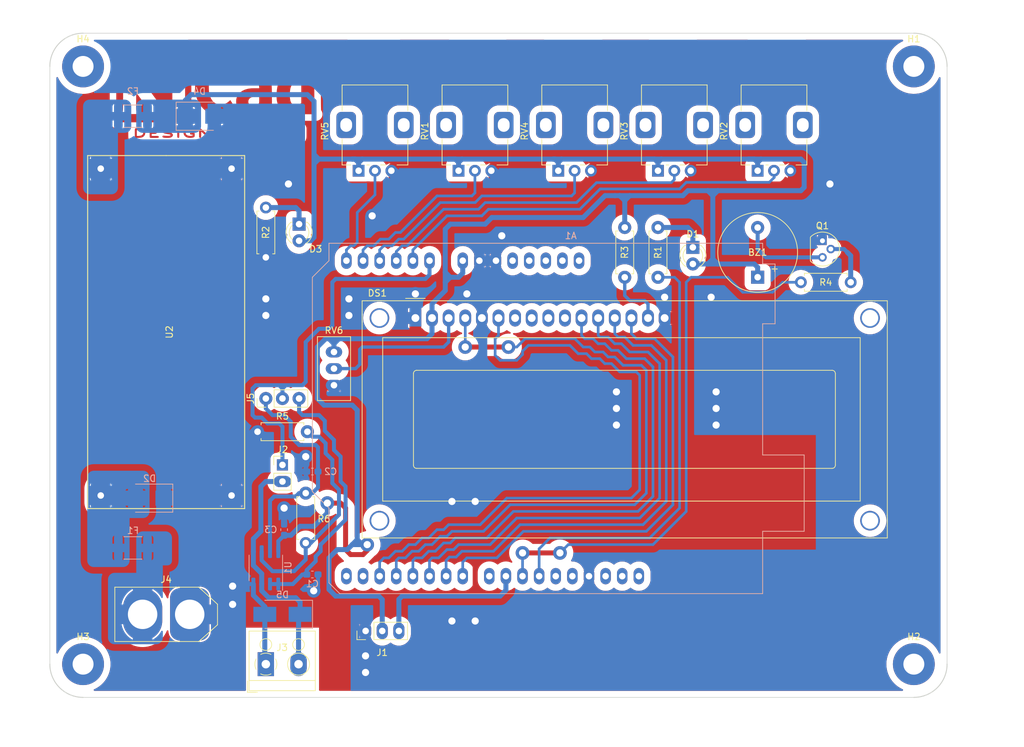
<source format=kicad_pcb>
(kicad_pcb (version 20211014) (generator pcbnew)
  (layers (0 "F.Cu" signal) (31 "B.Cu" signal) (34 "B.Paste" user) (35 "F.Paste" user) (36 "B.SilkS" user "B.Silkscreen") (37 "F.SilkS" user "F.Silkscreen") (38 "B.Mask" user) (39 "F.Mask" user) (44 "Edge.Cuts" user))
  (net 0 "")
  (net 6 "GND")
  (net 7 "+5V")
  (net 8 "/TACHO")
  (net 9 "/D4")
  (net 10 "/D5")
  (net 11 "/D6")
  (net 14 "/D7")
  (net 15 "Net-(D1-Pad1)")
  (net 16 "Net-(D3-Pad1)")
  (net 18 "/PWM")
  (net 19 "/BUZZER")
  (net 20 "/LED")
  (net 26 "/MOTOR_SEN")
  (net 27 "/SP")
  (net 28 "/KP")
  (net 29 "/KI")
  (net 30 "/KD")
  (net 31 "/TS")
  (net 32 "Net-(BZ1-Pad2)")
  (net 33 "/TACHO_1")
  (net 34 "/TACHO_2")
  (net 35 "Net-(DS1-Pad3)")
  (net 36 "/RS")
  (net 37 "/E")
  (net 42 "Net-(DS1-Pad15)")
  (net 43 "+12V")
  (net 44 "Net-(F2-Pad1)")
  (net 45 "Net-(J4-Pad2)")
  (net 46 "Net-(Q1-Pad2)")
  (net 47 "Net-(R5-Pad2)")
  (footprint "Potentiometer_THT:Potentiometer_Alps_RK09K_Single_Vertical" (layer "F.Cu") (at 138.684 46.436 90)
    (fp_text reference "RV2")
    (fp_text value "10K")
  )
  (footprint "Resistor_THT:R_Axial_DIN0207_L6.3mm_D2.5mm_P7.62mm_Horizontal" (layer "F.Cu") (at 63.5 52.07 -90)
    (fp_text reference "R2")
    (fp_text value "330R")
  )
  (footprint "Resistor_THT:R_Axial_DIN0207_L6.3mm_D2.5mm_P7.62mm_Horizontal" (layer "F.Cu") (at 118.364 55.118 -90)
    (fp_text reference "R3")
    (fp_text value "330R")
  )
  (footprint "Display:WC1602A" (layer "F.Cu") (at 86.364 68.9705)
    (fp_text reference "DS1")
    (fp_text value "WC1602A")
  )
  (footprint "Symbol:KiCad-Logo2_12mm_Copper" (layer "F.Cu") (at 55.88 33.02)
    (fp_text reference "REF**" hide)
    (fp_text value "KiCad-Logo2_12mm_Copper" hide)
  )
  (footprint "MountingHole:MountingHole_3.2mm_M3_Pad" (layer "F.Cu") (at 162.56 30.48)
    (fp_text reference "H1")
    (fp_text value "MountingHole")
  )
  (footprint "Resistor_THT:R_Axial_DIN0207_L6.3mm_D2.5mm_P7.62mm_Horizontal" (layer "F.Cu") (at 62.23 86.36)
    (fp_text reference "R5")
    (fp_text value "10K")
  )
  (footprint "TerminalBlock_RND:TerminalBlock_RND_205-00001_1x02_P5.00mm_Horizontal" (layer "F.Cu") (at 63.5 121.92)
    (fp_text reference "J3")
    (fp_text value "Screw_Terminal_01x02")
  )
  (footprint "MountingHole:MountingHole_3.2mm_M3_Pad" (layer "F.Cu") (at 162.56 121.92)
    (fp_text reference "H2")
    (fp_text value "MountingHole")
  )
  (footprint "MountingHole:MountingHole_3.2mm_M3_Pad" (layer "F.Cu") (at 35.56 30.48)
    (fp_text reference "H4")
    (fp_text value "MountingHole")
  )
  (footprint "Connector_PinHeader_2.54mm:PinHeader_1x02_P2.54mm_Vertical" (layer "F.Cu") (at 66.04 91.44)
    (fp_text reference "J2")
    (fp_text value "SEN_PIN")
  )
  (footprint "Resistor_THT:R_Axial_DIN0207_L6.3mm_D2.5mm_P7.62mm_Horizontal" (layer "F.Cu") (at 69.596 103.378 90)
    (fp_text reference "R6")
    (fp_text value "20K")
  )
  (footprint "Resistor_THT:R_Axial_DIN0207_L6.3mm_D2.5mm_P7.62mm_Horizontal" (layer "F.Cu") (at 145.288 63.5)
    (fp_text reference "R4")
    (fp_text value "1K")
  )
  (footprint "Connector_PinHeader_2.54mm:PinHeader_1x03_P2.54mm_Vertical" (layer "F.Cu") (at 63.5 81.28 90)
    (fp_text reference "J5")
    (fp_text value "SWITCH_SEN")
  )
  (footprint "Symbol:OSHW-Logo2_14.6x12mm_Copper" (layer "F.Cu") (at 114.3 118.11)
    (fp_text reference "REF**" hide)
    (fp_text value "OSHW-Logo2_14.6x12mm_Copper" hide)
  )
  (footprint "LED_THT:LED_D3.0mm" (layer "F.Cu") (at 68.58 54.61 -90)
    (fp_text reference "D3")
    (fp_text value "LED")
  )
  (footprint "Potentiometer_THT:Potentiometer_Bourns_3296W_Vertical" (layer "F.Cu") (at 73.914 74.168 90)
    (fp_text reference "RV6")
    (fp_text value "10K")
  )
  (footprint "Buzzer_Beeper:MagneticBuzzer_ProSignal_ABI-009-RC" (layer "F.Cu") (at 138.684 62.728 90)
    (fp_text reference "BZ1")
    (fp_text value "Buzzer")
  )
  (footprint "Connector_AMASS:AMASS_XT60-M_1x02_P7.20mm_Vertical" (layer "F.Cu") (at 51.86 114.3 180)
    (fp_text reference "J4")
    (fp_text value "POWER CONN")
  )
  (footprint "Potentiometer_THT:Potentiometer_Alps_RK09K_Single_Vertical" (layer "F.Cu") (at 92.964 46.436 90)
    (fp_text reference "RV1")
    (fp_text value "10K")
  )
  (footprint "Resistor_THT:R_Axial_DIN0207_L6.3mm_D2.5mm_P7.62mm_Horizontal" (layer "F.Cu") (at 123.444 55.118 -90)
    (fp_text reference "R1")
    (fp_text value "330R")
  )
  (footprint "Potentiometer_THT:Potentiometer_Alps_RK09K_Single_Vertical" (layer "F.Cu") (at 123.444 46.436 90)
    (fp_text reference "RV3")
    (fp_text value "10K")
  )
  (footprint "Potentiometer_THT:Potentiometer_Alps_RK09K_Single_Vertical" (layer "F.Cu") (at 77.684 46.436 90)
    (fp_text reference "RV5")
    (fp_text value "10K")
  )
  (footprint "LED_THT:LED_D3.0mm" (layer "F.Cu") (at 128.778 58.161 -90)
    (fp_text reference "D1")
    (fp_text value "LED")
  )
  (footprint "XL4015_converter:XL4015_Converter" (layer "F.Cu") (at 48.26 71.12 90)
    (fp_text reference "U2")
    (fp_text value "XL4015")
  )
  (footprint "MountingHole:MountingHole_3.2mm_M3_Pad" (layer "F.Cu") (at 35.56 121.92)
    (fp_text reference "H3")
    (fp_text value "MountingHole")
  )
  (footprint "Package_TO_SOT_THT:TO-92" (layer "F.Cu") (at 148.59 57.15 -90)
    (fp_text reference "Q1")
    (fp_text value "2N222")
  )
  (footprint "Potentiometer_THT:Potentiometer_Alps_RK09K_Single_Vertical" (layer "F.Cu") (at 108.204 46.436 90)
    (fp_text reference "RV4")
    (fp_text value "10K")
  )
  (footprint "Connector_PinHeader_2.54mm:PinHeader_1x03_P2.54mm_Vertical" (layer "F.Cu") (at 78.755 116.84 90)
    (fp_text reference "J1")
    (fp_text value "ESC_PIN")
  )
  (footprint "Diode_SMD:D_SMB" (layer "B.Cu") (at 53.34 38.1)
    (fp_text reference "D4")
    (fp_text value "D")
  )
  (footprint "Package_SO:SOIC-8_3.9x4.9mm_P1.27mm" (layer "B.Cu") (at 63.5 107.188 90)
    (fp_text reference "U1")
    (fp_text value "LM358")
  )
  (footprint "Diode_SMD:D_SMB_Handsoldering" (layer "B.Cu") (at 66.04 114.3 180)
    (fp_text reference "D5")
    (fp_text value "D_Small")
  )
  (footprint "Module:Arduino_UNO_R3" (layer "B.Cu") (at 111.379 60.198 180)
    (fp_text reference "A1")
    (fp_text value "Arduino_UNO_R3")
  )
  (footprint "Capacitor_SMD:C_0603_1608Metric_Pad1.08x0.95mm_HandSolder" (layer "B.Cu") (at 70.612 108.204)
    (fp_text reference "C1")
    (fp_text value "0.1uF/100nF")
  )
  (footprint "Fuse:Fuse_1812_4532Metric_Pad1.30x3.40mm_HandSolder" (layer "B.Cu") (at 43.18 38.1)
    (fp_text reference "F2")
    (fp_text value "16V/02A")
  )
  (footprint "Capacitor_SMD:C_0603_1608Metric_Pad1.08x0.95mm_HandSolder" (layer "B.Cu") (at 70.612 92.456 180)
    (fp_text reference "C2")
    (fp_text value "0.1uF/100nF")
  )
  (footprint "Diode_SMD:D_SMB" (layer "B.Cu") (at 45.72 96.52 180)
    (fp_text reference "D2")
    (fp_text value "DIODE")
  )
  (footprint "Capacitor_SMD:C_0603_1608Metric_Pad1.08x0.95mm_HandSolder" (layer "B.Cu") (at 66.294 101.346 90)
    (fp_text reference "C3")
    (fp_text value "0.1uF / 100nF")
  )
  (footprint "Fuse:Fuse_1812_4532Metric_Pad1.30x3.40mm_HandSolder" (layer "B.Cu") (at 43.18 104.14 180)
    (fp_text reference "F1")
    (fp_text value "16V/2A")
  )
  (gr_line (start 30.48 30.48) (end 30.48 121.92) (layer "Edge.Cuts") (width 0.1))
  (gr_arc (start 35.56 127) (mid 31.967898 125.512102) (end 30.48 121.92) (layer "Edge.Cuts") (width 0.15))
  (gr_arc (start 162.56 25.4) (mid 166.152102 26.887898) (end 167.64 30.48) (layer "Edge.Cuts") (width 0.15))
  (gr_arc (start 167.64 121.92) (mid 166.152102 125.512102) (end 162.56 127) (layer "Edge.Cuts") (width 0.15))
  (gr_arc (start 30.48 30.48) (mid 31.967898 26.887898) (end 35.56 25.4) (layer "Edge.Cuts") (width 0.15))
  (gr_line (start 167.64 121.92) (end 167.64 30.48) (layer "Edge.Cuts") (width 0.1))
  (gr_line (start 35.56 127) (end 162.56 127) (layer "Edge.Cuts") (width 0.1))
  (gr_line (start 35.56 25.4) (end 162.56 25.4) (layer "Edge.Cuts") (width 0.1))
  (gr_text "KD" (at 110.49 30.48) (layer "F.Cu") (effects (font (size 3 3) (thickness 0.75))))
  (gr_text "KP" (at 141.605 30.48) (layer "F.Cu") (effects (font (size 3 3) (thickness 0.75))))
  (gr_text "SP" (at 95.885 30.48) (layer "F.Cu") (effects (font (size 3 3) (thickness 0.75))))
  (gr_text "ALIM SATRIA FI'I WIJAYA KUSUMA\nILHAM DWI CAHYO" (at 140.97 120.65) (layer "F.Cu") (effects (font (size 1.25 1.25) (thickness 0.3125))))
  (gr_text "KELOMPOK\nINDEPENDEN" (at 142.24 114.3) (layer "F.Cu") (effects (font (size 2 2) (thickness 0.5))))
  (gr_text "KI" (at 125.73 30.48) (layer "F.Cu") (effects (font (size 3 3) (thickness 0.75))))
  (gr_text "TS" (at 80.01 30.48) (layer "F.Cu") (effects (font (size 3 3) (thickness 0.75))))
  (segment (start 69.596 90.17) (end 69.596 88.9) (width 0.6096) (layer "F.Cu") (net 6))
  (segment (start 67.056 111.252) (end 61.468 111.252) (width 0.762) (layer "F.Cu") (net 6))
  (segment (start 127.508 48.468) (end 114.046 48.468) (width 0.762) (layer "F.Cu") (net 6))
  (segment (start 78.74 120.65) (end 76.708 120.65) (width 0.762) (layer "F.Cu") (net 6))
  (segment (start 114.046 48.468) (end 112.014 48.468) (width 0.762) (layer "F.Cu") (net 6))
  (segment (start 67.564 114.046) (end 66.294 112.776) (width 0.762) (layer "F.Cu") (net 6))
  (segment (start 145.034 48.468) (end 149.733 48.468) (width 0.762) (layer "F.Cu") (net 6))
  (segment (start 66.294 112.776) (end 58.42 112.776) (width 0.762) (layer "F.Cu") (net 6))
  (segment (start 97.964 47.626) (end 97.964 46.436) (width 0.762) (layer "F.Cu") (net 6))
  (segment (start 117.094 82.804) (end 132.334 82.804) (width 0.762) (layer "F.Cu") (net 6))
  (segment (start 81.996 48.306) (end 82.684 47.618) (width 0.762) (layer "F.Cu") (net 6))
  (segment (start 117.094 85.344) (end 132.334 85.344) (width 0.762) (layer "F.Cu") (net 6))
  (segment (start 78.74 123.19) (end 78.232 122.682) (width 0.762) (layer "F.Cu") (net 6))
  (segment (start 63.246 97.028) (end 64.262 98.044) (width 0.6096) (layer "F.Cu") (net 6))
  (segment (start 71.628 112.522) (end 71.12 112.522) (width 0.762) (layer "F.Cu") (net 6))
  (segment (start 83.612 48.468) (end 97.028 48.468) (width 0.762) (layer "F.Cu") (net 6))
  (segment (start 64.008 88.392) (end 63.246 87.63) (width 0.6096) (layer "F.Cu") (net 6))
  (segment (start 70.8152 110.6932) (end 68.7832 110.6932) (width 0.6096) (layer "F.Cu") (net 6))
  (segment (start 79.756 48.976) (end 79.756 53.34) (width 0.762) (layer "F.Cu") (net 6))
  (segment (start 68.326 112.522) (end 67.056 111.252) (width 0.762) (layer "F.Cu") (net 6))
  (segment (start 75.946 122.174) (end 74.422 120.65) (width 0.762) (layer "F.Cu") (net 6))
  (segment (start 143.002 48.468) (end 129.032 48.468) (width 0.762) (layer "F.Cu") (net 6))
  (segment (start 97.028 48.468) (end 97.122 48.468) (width 0.762) (layer "F.Cu") (net 6))
  (segment (start 63.246 89.154) (end 63.246 97.028) (width 0.6096) (layer "F.Cu") (net 6))
  (segment (start 76.708 120.65) (end 75.946 119.888) (width 0.762) (layer "F.Cu") (net 6))
  (segment (start 71.12 112.522) (end 69.85 112.522) (width 0.762) (layer "F.Cu") (net 6))
  (segment (start 98.806 48.468) (end 97.028 48.468) (width 0.762) (layer "F.Cu") (net 6))
  (segment (start 79.248 48.468) (end 79.756 48.976) (width 0.762) (layer "F.Cu") (net 6))
  (segment (start 76.2 68.58) (end 63.5 68.58) (width 0.762) (layer "F.Cu") (net 6))
  (segment (start 114.046 48.468) (end 113.204 47.626) (width 0.762) (layer "F.Cu") (net 6))
  (segment (start 74.422 114.554) (end 73.914 114.046) (width 0.762) (layer "F.Cu") (net 6))
  (segment (start 73.914 114.046) (end 67.564 114.046) (width 0.762) (layer "F.Cu") (net 6))
  (segment (start 117.094 80.264) (end 132.334 80.264) (width 0.762) (layer "F.Cu") (net 6))
  (segment (start 67.818 98.552) (end 67.31 98.044) (width 0.6096) (layer "F.Cu") (net 6))
  (segment (start 143.684 46.436) (end 143.684 47.786) (width 0.762) (layer "F.Cu") (net 6))
  (segment (start 75.946 113.284) (end 75.184 112.522) (width 0.762) (layer "F.Cu") (net 6))
  (segment (start 81.996 48.468) (end 81.996 48.306) (width 0.762) (layer "F.Cu") (net 6))
  (segment (start 82.684 47.618) (end 82.684 48.094) (width 0.762) (layer "F.Cu") (net 6))
  (segment (start 80.7672 48.468) (end 79.04 48.468) (width 0.762) (layer "F.Cu") (net 6))
  (segment (start 69.088 88.392) (end 64.008 88.392) (width 0.6096) (layer "F.Cu") (net 6))
  (segment (start 124.46 65.786) (end 131.572 65.786) (width 0.762) (layer "F.Cu") (net 6))
  (segment (start 80.518 56.388) (end 79.756 55.626) (width 0.762) (layer "F.Cu") (net 6))
  (segment (start 71.12 112.522) (end 70.8152 112.2172) (width 0.762) (layer "F.Cu") (net 6))
  (segment (start 78.232 122.682) (end 77.216 122.682) (width 0.762) (layer "F.Cu") (net 6))
  (segment (start 127.508 48.468) (end 127.856 48.468) (width 0.762) (layer "F.Cu") (net 6))
  (segment (start 61.468 111.252) (end 60.198 109.982) (width 0.762) (layer "F.Cu") (net 6))
  (segment (start 70.8152 112.2172) (end 70.8152 111.9632) (width 0.762) (layer "F.Cu") (net 6))
  (segment (start 97.122 48.468) (end 97.964 47.626) (width 0.762) (layer "F.Cu") (net 6))
  (segment (start 77.216 122.682) (end 76.708 122.174) (width 0.762) (layer "F.Cu") (net 6))
  (segment (start 67.818 109.728) (end 67.818 98.552) (width 0.6096) (layer "F.Cu") (net 6))
  (segment (start 143.002 48.468) (end 144.366 48.468) (width 0.762) (layer "F.Cu") (net 6))
  (segment (start 82.296 48.468) (end 83.058 48.468) (width 0.762) (layer "F.Cu") (net 6))
  (segment (start 113.204 47.626) (end 113.204 46.436) (width 0.762) (layer "F.Cu") (net 6))
  (segment (start 143.684 47.786) (end 143.002 48.468) (width 0.762) (layer "F.Cu") (net 6))
  (segment (start 79.04 48.468) (end 79.248 48.468) (width 0.762) (layer "F.Cu") (net 6))
  (segment (start 62.484 86.36) (end 62.23 86.36) (width 0.6096) (layer "F.Cu") (net 6))
  (segment (start 71.374 112.522) (end 70.8152 111.9632) (width 0.762) (layer "F.Cu") (net 6))
  (segment (start 127.856 48.468) (end 128.444 47.88) (width 0.762) (layer "F.Cu") (net 6))
  (segment (start 69.85 112.522) (end 68.326 112.522) (width 0.762) (layer "F.Cu") (net 6))
  (segment (start 69.85 112.522) (end 70.2564 112.522) (width 0.762) (layer "F.Cu") (net 6))
  (segment (start 83.058 48.468) (end 83.612 48.468) (width 0.762) (layer "F.Cu") (net 6))
  (segment (start 71.628 112.522) (end 71.374 112.522) (width 0.762) (layer "F.Cu") (net 6))
  (segment (start 75.184 112.522) (end 71.628 112.522) (width 0.762) (layer "F.Cu") (net 6))
  (segment (start 129.032 48.468) (end 127.508 48.468) (width 0.762) (layer "F.Cu") (net 6))
  (segment (start 95.504 97.028) (end 95.504 115.316) (width 0.762) (layer "F.Cu") (net 6))
  (segment (start 80.264 48.468) (end 79.756 48.976) (width 0.762) (layer "F.Cu") (net 6))
  (segment (start 112.014 48.468) (end 112.362 48.468) (width 0.762) (layer "F.Cu") (net 6))
  (segment (start 79.04 48.468) (end 66.9592 48.468) (width 0.762) (layer "F.Cu") (net 6))
  (segment (start 67.31 98.044) (end 66.294 98.044) (width 0.6096) (layer "F.Cu") (net 6))
  (segment (start 70.8152 111.9632) (end 70.8152 110.6932) (width 0.762) (layer "F.Cu") (net 6))
  (segment (start 80.7672 48.468) (end 80.264 48.468) (width 0.762) (layer "F.Cu") (net 6))
  (segment (start 112.362 48.468) (end 113.204 47.626) (width 0.762) (layer "F.Cu") (net 6))
  (segment (start 74.422 120.65) (end 74.422 114.554) (width 0.762) (layer "F.Cu") (net 6))
  (segment (start 128.444 47.88) (end 128.444 46.436) (width 0.762) (layer "F.Cu") (net 6))
  (segment (start 94.234 65.278) (end 86.36 65.278) (width 0.762) (layer "F.Cu") (net 6))
  (segment (start 75.946 119.888) (end 75.946 113.284) (width 0.762) (layer "F.Cu") (net 6))
  (segment (start 82.296 48.468) (end 81.996 48.468) (width 0.762) (layer "F.Cu") (net 6))
  (segment (start 64.008 88.392) (end 63.246 89.154) (width 0.6096) (layer "F.Cu") (net 6))
  (segment (start 83.612 48.468) (end 83.534 48.468) (width 0.762) (layer "F.Cu") (net 6))
  (segment (start 143.684 47.786) (end 144.366 48.468) (width 0.762) (layer "F.Cu") (net 6))
  (segment (start 98.806 48.468) (end 97.964 47.626) (width 0.762) (layer "F.Cu") (net 6))
  (segment (start 63.246 89.154) (end 63.246 87.63) (width 0.6096) (layer "F.Cu") (net 6))
  (segment (start 144.366 48.468) (end 145.034 48.468) (width 0.762) (layer "F.Cu") (net 6))
  (segment (start 63.246 87.122) (end 62.484 86.36) (width 0.6096) (layer "F.Cu") (net 6))
  (segment (start 76.708 122.174) (end 75.946 122.174) (width 0.762) (layer "F.Cu") (net 6))
  (segment (start 112.014 48.468) (end 98.806 48.468) (width 0.762) (layer "F.Cu") (net 6))
  (segment (start 81.996 48.468) (end 80.7672 48.468) (width 0.762) (layer "F.Cu") (net 6))
  (segment (start 82.684 46.436) (end 82.684 47.618) (width 0.762) (layer "F.Cu") (net 6))
  (segment (start 70.2564 112.522) (end 70.8152 111.9632) (width 0.762) (layer "F.Cu") (net 6))
  (segment (start 68.7832 110.6932) (end 67.818 109.728) (width 0.6096) (layer "F.Cu") (net 6))
  (segment (start 129.032 48.468) (end 128.444 47.88) (width 0.762) (layer "F.Cu") (net 6))
  (segment (start 99.568 56.388) (end 80.518 56.388) (width 0.762) (layer "F.Cu") (net 6))
  (segment (start 63.246 87.63) (end 63.246 87.122) (width 0.6096) (layer "F.Cu") (net 6))
  (segment (start 76.2 66.04) (end 63.5 66.04) (width 0.762) (layer "F.Cu") (net 6))
  (segment (start 83.534 48.468) (end 82.684 47.618) (width 0.762) (layer "F.Cu") (net 6))
  (segment (start 69.596 88.9) (end 69.088 88.392) (width 0.6096) (layer "F.Cu") (net 6))
  (segment (start 60.198 109.982) (end 58.42 109.982) (width 0.762) (layer "F.Cu") (net 6))
  (segment (start 79.756 55.626) (end 79.756 53.34) (width 0.762) (layer "F.Cu") (net 6))
  (segment (start 64.262 98.044) (end 66.294 98.044) (width 0.6096) (layer "F.Cu") (net 6))
  (segment (start 66.9592 48.468) (end 66.9544 48.4632) (width 0.762) (layer "F.Cu") (net 6))
  (via (at 78.74 123.19) (size 2.1) (drill 1.1) (layers "F.Cu" "B.Cu") (net 6))
  (via (at 117.094 85.344) (size 2.1) (drill 1.1) (layers "F.Cu" "B.Cu") (net 6))
  (via (at 70.8152 110.6932) (size 2.1) (drill 1.1) (layers "F.Cu" "B.Cu") (net 6))
  (via (at 91.948 115.316) (size 2.1) (drill 1.1) (layers "F.Cu" "B.Cu") (net 6))
  (via (at 76.2 68.58) (size 2.1) (drill 1.1) (layers "F.Cu" "B.Cu") (net 6))
  (via (at 79.756 53.34) (size 2.1) (drill 1.1) (layers "F.Cu" "B.Cu") (net 6))
  (via (at 58.42 109.982) (size 2.1) (drill 1.1) (layers "F.Cu" "B.Cu") (net 6))
  (via (at 78.74 120.65) (size 2.1) (drill 1.1) (layers "F.Cu" "B.Cu") (net 6))
  (via (at 95.504 115.316) (size 2.1) (drill 1.1) (layers "F.Cu" "B.Cu") (net 6))
  (via (at 132.334 82.804) (size 2.1) (drill 1.1) (layers "F.Cu" "B.Cu") (net 6))
  (via (at 132.334 80.264) (size 2.1) (drill 1.1) (layers "F.Cu" "B.Cu") (net 6))
  (via (at 66.9544 48.4632) (size 2.1) (drill 1.1) (layers "F.Cu" "B.Cu") (net 6))
  (via (at 95.504 97.028) (size 2.1) (drill 1.1) (layers "F.Cu" "B.Cu") (net 6))
  (via (at 66.294 98.044) (size 2.1) (drill 1.1) (layers "F.Cu" "B.Cu") (net 6))
  (via (at 117.094 80.264) (size 2.1) (drill 1.1) (layers "F.Cu" "B.Cu") (net 6))
  (via (at 91.948 97.028) (size 2.1) (drill 1.1) (layers "F.Cu" "B.Cu") (net 6))
  (via (at 86.36 65.278) (size 2.1) (drill 1.1) (layers "F.Cu" "B.Cu") (net 6))
  (via (at 149.733 48.468) (size 2.1) (drill 1.1) (layers "F.Cu" "B.Cu") (net 6))
  (via (at 58.42 112.776) (size 2.1) (drill 1.1) (layers "F.Cu" "B.Cu") (net 6))
  (via (at 76.2 66.04) (size 2.1) (drill 1.1) (layers "F.Cu" "B.Cu") (net 6))
  (via (at 94.234 65.278) (size 2.1) (drill 1.1) (layers "F.Cu" "B.Cu") (net 6))
  (via (at 124.46 65.786) (size 2.1) (drill 1.1) (layers "F.Cu" "B.Cu") (net 6))
  (via (at 69.596 90.17) (size 2.1) (drill 1.1) (layers "F.Cu" "B.Cu") (net 6))
  (via (at 99.568 56.388) (size 2.1) (drill 1.1) (layers "F.Cu" "B.Cu") (net 6))
  (via (at 63.5 66.04) (size 2.1) (drill 1.1) (layers "F.Cu" "B.Cu") (net 6))
  (via (at 117.094 82.804) (size 2.1) (drill 1.1) (layers "F.Cu" "B.Cu") (net 6))
  (via (at 131.572 65.786) (size 2.1) (drill 1.1) (layers "F.Cu" "B.Cu") (net 6))
  (via (at 63.5 68.58) (size 2.1) (drill 1.1) (layers "F.Cu" "B.Cu") (net 6))
  (via (at 132.334 85.344) (size 2.1) (drill 1.1) (layers "F.Cu" "B.Cu") (net 6))
  (segment (start 63.34 113.124) (end 63.34 114.3) (width 0.762) (layer "B.Cu") (net 6))
  (segment (start 96.52 65.278) (end 96.524 65.282) (width 0.762) (layer "B.Cu") (net 6))
  (segment (start 61.595 109.663) (end 61.595 111.379) (width 0.762) (layer "B.Cu") (net 6))
  (segment (start 96.524 66.036) (end 96.524 68.9705) (width 0.762) (layer "B.Cu") (net 6))
  (segment (start 63.34 114.3) (end 63.34 121.76) (width 0.762) (layer "B.Cu") (net 6))
  (segment (start 63.34 121.76) (end 63.5 121.92) (width 0.762) (layer "B.Cu") (net 6))
  (segment (start 96.524 77.974) (end 96.524 68.9705) (width 0.762) (layer "B.Cu") (net 6))
  (segment (start 94.234 65.278) (end 95.758 65.278) (width 0.762) (layer "B.Cu") (net 6))
  (segment (start 69.596 90.17) (end 69.596 92.3025) (width 0.6096) (layer "B.Cu") (net 6))
  (segment (start 71.4745 110.0339) (end 70.8152 110.6932) (width 0.6096) (layer "B.Cu") (net 6))
  (segment (start 124.464 68.9705) (end 124.464 65.79) (width 0.762) (layer "B.Cu") (net 6))
  (segment (start 124.464 65.79) (end 124.46 65.786) (width 0.762) (layer "B.Cu") (net 6))
  (segment (start 95.758 65.278) (end 96.52 64.516) (width 0.762) (layer "B.Cu") (net 6))
  (segment (start 96.524 65.282) (end 96.524 66.036) (width 0.762) (layer "B.Cu") (net 6))
  (segment (start 96.52 62.23) (end 96.52 64.516) (width 0.762) (layer "B.Cu") (net 6))
  (segment (start 71.4745 108.204) (end 71.4745 110.0339) (width 0.6096) (layer "B.Cu") (net 6))
  (segment (start 66.294 98.044) (end 66.294 100.4835) (width 0.6096) (layer "B.Cu") (net 6))
  (segment (start 96.139 60.198) (end 96.139 61.849) (width 0.762) (layer "B.Cu") (net 6))
  (segment (start 96.52 64.516) (end 96.52 65.278) (width 0.762) (layer "B.Cu") (net 6))
  (segment (start 95.758 65.278) (end 95.766 65.278) (width 0.762) (layer "B.Cu") (net 6))
  (segment (start 96.139 61.849) (end 96.52 62.23) (width 0.762) (layer "B.Cu") (net 6))
  (segment (start 61.595 111.379) (end 63.34 113.124) (width 0.762) (layer "B.Cu") (net 6))
  (segment (start 95.766 65.278) (end 96.524 66.036) (width 0.762) (layer "B.Cu") (net 6))
  (segment (start 95.25 79.248) (end 96.524 77.974) (width 0.762) (layer "B.Cu") (net 6))
  (segment (start 69.596 92.3025) (end 69.7495 92.456) (width 0.6096) (layer "B.Cu") (net 6))
  (segment (start 73.914 79.248) (end 95.25 79.248) (width 0.762) (layer "B.Cu") (net 6))
  (segment (start 63.5 114.46) (end 63.34 114.3) (width 0.762) (layer "B.Cu") (net 6))
  (segment (start 76.454 105.156) (end 78.359 105.156) (width 0.762) (layer "F.Cu") (net 7))
  (segment (start 72.898 97.282) (end 74.93 97.282) (width 0.762) (layer "F.Cu") (net 7))
  (segment (start 75.692 98.044) (end 75.692 104.394) (width 0.762) (layer "F.Cu") (net 7))
  (segment (start 78.994 104.521) (end 78.359 105.156) (width 0.762) (layer "F.Cu") (net 7))
  (segment (start 75.692 104.394) (end 76.454 105.156) (width 0.762) (layer "F.Cu") (net 7))
  (segment (start 78.994 103.632) (end 78.994 104.521) (width 0.762) (layer "F.Cu") (net 7))
  (segment (start 74.93 97.282) (end 75.692 98.044) (width 0.762) (layer "F.Cu") (net 7))
  (via (at 72.898 97.282) (size 2.1) (drill 1.1) (layers "F.Cu" "B.Cu") (net 7))
  (via (at 78.994 103.632) (size 2.1) (drill 1.1) (layers "F.Cu" "B.Cu") (net 7))
  (segment (start 90.932 55.372) (end 91.694 54.61) (width 0.762) (layer "B.Cu") (net 7))
  (segment (start 138.684 45.166) (end 139.192 44.658) (width 0.762) (layer "B.Cu") (net 7))
  (segment (start 70.866 45.72) (end 70.866 45.374) (width 0.762) (layer "B.Cu") (net 7))
  (segment (start 70.866 45.72) (end 70.866 43.942) (width 0.762) (layer "B.Cu") (net 7))
  (segment (start 77.684 45.206) (end 77.684 46.436) (width 0.762) (layer "B.Cu") (net 7))
  (segment (start 71.582 44.658) (end 70.866 43.942) (width 0.762) (layer "B.Cu") (net 7))
  (segment (start 80.772 111.506) (end 74.168 111.506) (width 0.762) (layer "B.Cu") (net 7))
  (segment (start 138.684 45.166) (end 138.176 44.658) (width 0.762) (layer "B.Cu") (net 7))
  (segment (start 88.904 66.798) (end 88.904 68.9705) (width 0.762) (layer "B.Cu") (net 7))
  (segment (start 108.712 44.658) (end 108.204 45.166) (width 0.762) (layer "B.Cu") (net 7))
  (segment (start 73.152 72.136) (end 75.692 72.136) (width 0.762) (layer "B.Cu") (net 7))
  (segment (start 137.287 44.658) (end 139.192 44.658) (width 0.762) (layer "B.Cu") (net 7))
  (segment (start 115.362 50.246) (end 116.886 50.246) (width 0.762) (layer "B.Cu") (net 7))
  (segment (start 93.599 62.103) (end 93.599 60.198) (width 0.762) (layer "B.Cu") (net 7))
  (segment (start 121.666 44.658) (end 108.712 44.658) (width 0.762) (layer "B.Cu") (net 7))
  (segment (start 65.405 103.0975) (end 66.294 102.2085) (width 0.6096) (layer "B.Cu") (net 7))
  (segment (start 70.866 43.942) (end 70.866 35.814) (width 0.762) (layer "B.Cu") (net 7))
  (segment (start 121.666 44.658) (end 122.936 44.658) (width 0.762) (layer "B.Cu") (net 7))
  (segment (start 107.442 44.658) (end 93.472 44.658) (width 0.762) (layer "B.Cu") (net 7))
  (segment (start 92.456 44.658) (end 92.964 45.166) (width 0.762) (layer "B.Cu") (net 7))
  (segment (start 123.952 44.658) (end 121.666 44.658) (width 0.762) (layer "B.Cu") (net 7))
  (segment (start 90.932 63.5) (end 91.694 62.738) (width 0.762) (layer "B.Cu") (net 7))
  (segment (start 67.3365 102.2085) (end 66.294 102.2085) (width 0.762) (layer "B.Cu") (net 7))
  (segment (start 132.588 60.706) (end 138.176 60.706) (width 0.762) (layer "B.Cu") (net 7))
  (segment (start 75.692 72.136) (end 74.676 72.136) (width 0.762) (layer "B.Cu") (net 7))
  (segment (start 145.796 48.976) (end 145.288 49.484) (width 0.762) (layer "B.Cu") (net 7))
  (segment (start 81.295 116.84) (end 81.295 112.029) (width 0.762) (layer "B.Cu") (net 7))
  (segment (start 91.694 62.738) (end 90.932 61.976) (width 0.762) (layer "B.Cu") (net 7))
  (segment (start 137.287 44.658) (end 123.952 44.658) (width 0.762) (layer "B.Cu") (net 7))
  (segment (start 88.138 72.136) (end 75.692 72.136) (width 0.762) (layer "B.Cu") (net 7))
  (segment (start 70.866 48.26) (end 70.866 46.228) (width 0.762) (layer "B.Cu") (net 7))
  (segment (start 75.946 104.394) (end 76.708 103.632) (width 0.762) (layer "B.Cu") (net 7))
  (segment (start 52.07 34.798) (end 51.19 35.678) (width 0.762) (layer "B.Cu") (net 7))
  (segment (start 108.712 44.658) (end 107.442 44.658) (width 0.762) (layer "B.Cu") (net 7))
  (segment (start 72.898 97.282) (end 72.898 98.806) (width 0.762) (layer "B.Cu") (net 7))
  (segment (start 74.422 104.394) (end 75.946 104.394) (width 0.762) (layer "B.Cu") (net 7))
  (segment (start 139.192 44.658) (end 145.288 44.658) (width 0.762) (layer "B.Cu") (net 7))
  (segment (start 90.932 63.5) (end 90.932 64.77) (width 0.762) (layer "B.Cu") (net 7))
  (segment (start 70.358 57.15) (end 70.866 56.642) (width 0.762) (layer "B.Cu") (net 7))
  (segment (start 71.374 81.28) (end 71.374 73.406) (width 0.762) (layer "B.Cu") (net 7))
  (segment (start 138.176 44.658) (end 137.287 44.658) (width 0.762) (layer "B.Cu") (net 7))
  (segment (start 72.898 98.806) (end 70.866 100.838) (width 0.762) (layer "B.Cu") (net 7))
  (segment (start 112.014 53.594) (end 115.362 50.246) (width 0.762) (layer "B.Cu") (net 7))
  (segment (start 91.44 44.658) (end 92.456 44.658) (width 0.762) (layer "B.Cu") (net 7))
  (segment (start 107.696 44.658) (end 108.204 45.166) (width 0.762) (layer "B.Cu") (net 7))
  (segment (start 78.232 44.658) (end 76.708 44.658) (width 0.762) (layer "B.Cu") (net 7))
  (segment (start 76.708 103.632) (end 78.232 103.632) (width 0.762) (layer "B.Cu") (net 7))
  (segment (start 131.826 50.246) (end 131.064 49.484) (width 0.762) (layer "B.Cu") (net 7))
  (segment (start 88.904 68.9705) (end 88.904 71.37) (width 0.762) (layer "B.Cu") (net 7))
  (segment (start 118.364 51.008) (end 119.126 50.246) (width 0.762) (layer "B.Cu") (net 7))
  (segment (start 68.707 100.838) (end 67.3365 102.2085) (width 0.762) (layer "B.Cu") (net 7))
  (segment (start 73.914 72.898) (end 73.914 74.168) (width 0.762) (layer "B.Cu") (net 7))
  (segment (start 92.964 62.738) (end 93.599 62.103) (width 0.762) (layer "B.Cu") (net 7))
  (segment (start 71.374 73.406) (end 72.644 72.136) (width 0.762) (layer "B.Cu") (net 7))
  (segment (start 76.708 103.632) (end 77.47 102.87) (width 0.762) (layer "B.Cu") (net 7))
  (segment (start 131.826 59.944) (end 132.588 60.706) (width 0.762) (layer "B.Cu") (net 7))
  (segment (start 77.47 102.87) (end 77.47 83.058) (width 0.762) (layer "B.Cu") (net 7))
  (segment (start 123.952 44.658) (end 123.444 45.166) (width 0.762) (layer "B.Cu") (net 7))
  (segment (start 98.044 53.594) (end 112.014 53.594) (width 0.762) (layer "B.Cu") (net 7))
  (segment (start 70.866 56.642) (end 70.866 48.26) (width 0.762) (layer "B.Cu") (net 7))
  (segment (start 72.39 82.296) (end 71.374 81.28) (width 0.762) (layer "B.Cu") (net 7))
  (segment (start 68.58 57.15) (end 70.358 57.15) (width 0.762) (layer "B.Cu") (net 7))
  (segment (start 76.708 44.658) (end 77.136 44.658) (width 0.762) (layer "B.Cu") (net 7))
  (segment (start 119.126 50.246) (end 117.602 50.246) (width 0.762) (layer "B.Cu") (net 7))
  (segment (start 131.069 60.701) (end 131.826 59.944) (width 0.762) (layer "B.Cu") (net 7))
  (segment (start 78.232 44.658) (end 77.684 45.206) (width 0.762) (layer "B.Cu") (net 7))
  (segment (start 70.866 100.838) (end 68.707 100.838) (width 0.762) (layer "B.Cu") (net 7))
  (segment (start 70.866 45.374) (end 71.582 44.658) (width 0.762) (layer "B.Cu") (net 7))
  (segment (start 90.932 61.976) (end 90.932 63.5) (width 0.762) (layer "B.Cu") (net 7))
  (segment (start 138.684 61.214) (end 138.684 62.728) (width 0.762) (layer "B.Cu") (net 7))
  (segment (start 127.254 50.246) (end 119.126 50.246) (width 0.762) (layer "B.Cu") (net 7))
  (segment (start 77.47 83.058) (end 76.708 82.296) (width 0.762) (layer "B.Cu") (net 7))
  (segment (start 70.866 46.228) (end 70.866 45.72) (width 0.762) (layer "B.Cu") (net 7))
  (segment (start 65.405 104.713) (end 65.405 103.0975) (width 0.6096) (layer "B.Cu") (net 7))
  (segment (start 108.204 45.166) (end 108.204 46.436) (width 0.762) (layer "B.Cu") (net 7))
  (segment (start 73.152 110.49) (end 73.152 105.664) (width 0.762) (layer "B.Cu") (net 7))
  (segment (start 76.708 44.658) (end 71.582 44.658) (width 0.762) (layer "B.Cu") (net 7))
  (segment (start 128.016 49.484) (end 127.254 50.246) (width 0.762) (layer "B.Cu") (net 7))
  (segment (start 131.064 49.484) (end 128.016 49.484) (width 0.762) (layer "B.Cu") (net 7))
  (segment (start 145.288 49.484) (end 132.588 49.484) (width 0.762) (layer "B.Cu") (net 7))
  (segment (start 131.826 50.246) (end 131.826 59.944) (width 0.762) (layer "B.Cu") (net 7))
  (segment (start 88.904 71.37) (end 88.138 72.136) (width 0.762) (layer "B.Cu") (net 7))
  (segment (start 73.152 105.664) (end 74.422 104.394) (width 0.762) (layer "B.Cu") (net 7))
  (segment (start 51.19 35.678) (end 51.19 38.1) (width 0.762) (layer "B.Cu") (net 7))
  (segment (start 131.074 60.706) (end 131.069 60.701) (width 0.762) (layer "B.Cu") (net 7))
  (segment (start 122.936 44.658) (end 123.444 45.166) (width 0.762) (layer "B.Cu") (net 7))
  (segment (start 97.028 54.61) (end 98.044 53.594) (width 0.762) (layer "B.Cu") (net 7))
  (segment (start 81.295 112.029) (end 80.772 111.506) (width 0.762) (layer "B.Cu") (net 7))
  (segment (start 74.168 111.506) (end 73.152 110.49) (width 0.762) (layer "B.Cu") (net 7))
  (segment (start 138.684 46.436) (end 138.684 45.166) (width 0.762) (layer "B.Cu") (net 7))
  (segment (start 93.472 44.658) (end 91.44 44.658) (width 0.762) (layer "B.Cu") (net 7))
  (segment (start 70.866 35.814) (end 69.85 34.798) (width 0.762) (layer "B.Cu") (net 7))
  (segment (start 72.644 72.136) (end 73.152 72.136) (width 0.762) (layer "B.Cu") (net 7))
  (segment (start 92.964 45.166) (end 92.964 46.436) (width 0.762) (layer "B.Cu") (net 7))
  (segment (start 76.708 82.296) (end 72.39 82.296) (width 0.762) (layer "B.Cu") (net 7))
  (segment (start 117.602 50.246) (end 116.886 50.246) (width 0.762) (layer "B.Cu") (net 7))
  (segment (start 128.778 60.701) (end 131.069 60.701) (width 0.762) (layer "B.Cu") (net 7))
  (segment (start 90.932 64.77) (end 88.904 66.798) (width 0.762) (layer "B.Cu") (net 7))
  (segment (start 145.796 45.166) (end 145.796 48.976) (width 0.762) (layer "B.Cu") (net 7))
  (segment (start 74.676 72.136) (end 73.914 72.898) (width 0.762) (layer "B.Cu") (net 7))
  (segment (start 131.826 50.246) (end 132.588 49.484) (width 0.762) (layer "B.Cu") (net 7))
  (segment (start 73.914 72.898) (end 73.152 72.136) (width 0.762) (layer "B.Cu") (net 7))
  (segment (start 117.602 50.246) (end 118.364 51.008) (width 0.762) (layer "B.Cu") (net 7))
  (segment (start 145.288 44.658) (end 145.796 45.166) (width 0.762) (layer "B.Cu") (net 7))
  (segment (start 107.442 44.658) (end 107.696 44.658) (width 0.762) (layer "B.Cu") (net 7))
  (segment (start 132.588 60.706) (end 131.074 60.706) (width 0.762) (layer "B.Cu") (net 7))
  (segment (start 132.588 49.484) (end 131.064 49.484) (width 0.762) (layer "B.Cu") (net 7))
  (segment (start 77.47 102.87) (end 78.232 103.632) (width 0.762) (layer "B.Cu") (net 7))
  (segment (start 91.44 44.658) (end 78.232 44.658) (width 0.762) (layer "B.Cu") (net 7))
  (segment (start 69.85 34.798) (end 52.07 34.798) (width 0.762) (layer "B.Cu") (net 7))
  (segment (start 93.472 44.658) (end 92.964 45.166) (width 0.762) (layer "B.Cu") (net 7))
  (segment (start 91.694 54.61) (end 97.028 54.61) (width 0.762) (layer "B.Cu") (net 7))
  (segment (start 78.232 103.632) (end 78.994 103.632) (width 0.762) (layer "B.Cu") (net 7))
  (segment (start 77.136 44.658) (end 77.684 45.206) (width 0.762) (layer "B.Cu") (net 7))
  (segment (start 123.444 45.166) (end 123.444 46.436) (width 0.762) (layer "B.Cu") (net 7))
  (segment (start 92.964 62.738) (end 91.694 62.738) (width 0.762) (layer "B.Cu") (net 7))
  (segment (start 118.364 51.008) (end 118.364 55.118) (width 0.762) (layer "B.Cu") (net 7))
  (segment (start 138.176 60.706) (end 138.684 61.214) (width 0.762) (layer "B.Cu") (net 7))
  (segment (start 90.932 61.976) (end 90.932 55.372) (width 0.762) (layer "B.Cu") (net 7))
  (segment (start 88.519 62.357) (end 88.519 60.198) (width 0.6096) (layer "B.Cu") (net 8))
  (segment (start 73.152 70.612) (end 73.66 70.104) (width 0.6096) (layer "B.Cu") (net 8))
  (segment (start 63.754 85.09) (end 62.865 84.201) (width 0.6096) (layer "B.Cu") (net 8))
  (segment (start 66.04 91.44) (end 66.04 85.598) (width 0.6096) (layer "B.Cu") (net 8))
  (segment (start 66.04 80.264) (end 66.04 79.756) (width 0.6096) (layer "B.Cu") (net 8))
  (segment (start 69.596 78.74) (end 69.596 72.644) (width 0.6096) (layer "B.Cu") (net 8))
  (segment (start 61.468 79.756) (end 61.976 79.248) (width 0.6096) (layer "B.Cu") (net 8))
  (segment (start 69.088 79.248) (end 69.596 78.74) (width 0.6096) (layer "B.Cu") (net 8))
  (segment (start 71.628 70.612) (end 73.152 70.612) (width 0.6096) (layer "B.Cu") (net 8))
  (segment (start 61.468 83.82) (end 61.468 79.756) (width 0.6096) (layer "B.Cu") (net 8))
  (segment (start 65.532 79.248) (end 66.548 79.248) (width 0.6096) (layer "B.Cu") (net 8))
  (segment (start 61.976 79.248) (end 65.532 79.248) (width 0.6096) (layer "B.Cu") (net 8))
  (segment (start 62.865 84.201) (end 61.849 84.201) (width 0.6096) (layer "B.Cu") (net 8))
  (segment (start 73.66 70.104) (end 73.66 63.5) (width 0.6096) (layer "B.Cu") (net 8))
  (segment (start 61.849 84.201) (end 61.468 83.82) (width 0.6096) (layer "B.Cu") (net 8))
  (segment (start 66.04 80.264) (end 66.04 81.28) (width 0.6096) (layer "B.Cu") (net 8))
  (segment (start 74.168 62.992) (end 87.884 62.992) (width 0.6096) (layer "B.Cu") (net 8))
  (segment (start 66.04 79.756) (end 66.548 79.248) (width 0.6096) (layer "B.Cu") (net 8))
  (segment (start 65.532 85.09) (end 63.754 85.09) (width 0.6096) (layer "B.Cu") (net 8))
  (segment (start 65.532 79.248) (end 66.04 79.756) (width 0.6096) (layer "B.Cu") (net 8))
  (segment (start 87.884 62.992) (end 88.519 62.357) (width 0.6096) (layer "B.Cu") (net 8))
  (segment (start 73.66 63.5) (end 74.168 62.992) (width 0.6096) (layer "B.Cu") (net 8))
  (segment (start 66.548 79.248) (end 69.088 79.248) (width 0.6096) (layer "B.Cu") (net 8))
  (segment (start 66.04 85.598) (end 65.532 85.09) (width 0.6096) (layer "B.Cu") (net 8))
  (segment (start 69.596 72.644) (end 71.628 70.612) (width 0.6096) (layer "B.Cu") (net 8))
  (segment (start 116.332 73.914) (end 115.316 72.898) (width 0.4064) (layer "B.Cu") (net 9))
  (segment (start 85.979 106.045) (end 86.36 105.664) (width 0.4064) (layer "B.Cu") (net 9))
  (segment (start 111.764 71.632) (end 111.764 68.9705) (width 0.4064) (layer "B.Cu") (net 9))
  (segment (start 114.3 72.898) (end 113.538 72.136) (width 0.4064) (layer "B.Cu") (net 9))
  (segment (start 90.678 103.378) (end 91.694 103.378) (width 0.4064) (layer "B.Cu") (net 9))
  (segment (start 89.408 104.648) (end 90.678 103.378) (width 0.4064) (layer "B.Cu") (net 9))
  (segment (start 121.412 75.184) (end 118.618 75.184) (width 0.4064) (layer "B.Cu") (net 9))
  (segment (start 85.979 108.458) (end 85.979 106.045) (width 0.4064) (layer "B.Cu") (net 9))
  (segment (start 122.682 76.454) (end 121.412 75.184) (width 0.4064) (layer "B.Cu") (net 9))
  (segment (start 91.694 103.378) (end 92.456 102.616) (width 0.4064) (layer "B.Cu") (net 9))
  (segment (start 113.538 72.136) (end 112.268 72.136) (width 0.4064) (layer "B.Cu") (net 9))
  (segment (start 117.348 73.914) (end 116.332 73.914) (width 0.4064) (layer "B.Cu") (net 9))
  (segment (start 115.316 72.898) (end 114.3 72.898) (width 0.4064) (layer "B.Cu") (net 9))
  (segment (start 112.268 72.136) (end 111.764 71.632) (width 0.4064) (layer "B.Cu") (net 9))
  (segment (start 118.618 75.184) (end 117.348 73.914) (width 0.4064) (layer "B.Cu") (net 9))
  (segment (start 86.36 105.664) (end 87.376 105.664) (width 0.4064) (layer "B.Cu") (net 9))
  (segment (start 88.392 104.648) (end 89.408 104.648) (width 0.4064) (layer "B.Cu") (net 9))
  (segment (start 92.456 102.616) (end 97.282 102.616) (width 0.4064) (layer "B.Cu") (net 9))
  (segment (start 122.682 96.266) (end 122.682 76.454) (width 0.4064) (layer "B.Cu") (net 9))
  (segment (start 87.376 105.664) (end 88.392 104.648) (width 0.4064) (layer "B.Cu") (net 9))
  (segment (start 120.396 98.552) (end 122.682 96.266) (width 0.4064) (layer "B.Cu") (net 9))
  (segment (start 101.346 98.552) (end 120.396 98.552) (width 0.4064) (layer "B.Cu") (net 9))
  (segment (start 97.282 102.616) (end 101.346 98.552) (width 0.4064) (layer "B.Cu") (net 9))
  (segment (start 121.92 74.168) (end 119.126 74.168) (width 0.4064) (layer "B.Cu") (net 10))
  (segment (start 116.84 72.898) (end 115.824 71.882) (width 0.4064) (layer "B.Cu") (net 10))
  (segment (start 120.65 99.568) (end 123.698 96.52) (width 0.4064) (layer "B.Cu") (net 10))
  (segment (start 92.964 103.632) (end 97.79 103.632) (width 0.4064) (layer "B.Cu") (net 10))
  (segment (start 115.824 71.882) (end 114.562 71.882) (width 0.4064) (layer "B.Cu") (net 10))
  (segment (start 97.79 103.632) (end 101.854 99.568) (width 0.4064) (layer "B.Cu") (net 10))
  (segment (start 117.856 72.898) (end 116.84 72.898) (width 0.4064) (layer "B.Cu") (net 10))
  (segment (start 114.304 71.624) (end 114.304 68.9705) (width 0.4064) (layer "B.Cu") (net 10))
  (segment (start 91.186 104.394) (end 92.202 104.394) (width 0.4064) (layer "B.Cu") (net 10))
  (segment (start 114.562 71.882) (end 114.304 71.624) (width 0.4064) (layer "B.Cu") (net 10))
  (segment (start 119.126 74.168) (end 117.856 72.898) (width 0.4064) (layer "B.Cu") (net 10))
  (segment (start 101.854 99.568) (end 120.65 99.568) (width 0.4064) (layer "B.Cu") (net 10))
  (segment (start 92.202 104.394) (end 92.964 103.632) (width 0.4064) (layer "B.Cu") (net 10))
  (segment (start 123.698 75.946) (end 121.92 74.168) (width 0.4064) (layer "B.Cu") (net 10))
  (segment (start 88.519 108.458) (end 88.519 106.045) (width 0.4064) (layer "B.Cu") (net 10))
  (segment (start 123.698 96.52) (end 123.698 75.946) (width 0.4064) (layer "B.Cu") (net 10))
  (segment (start 89.916 105.664) (end 91.186 104.394) (width 0.4064) (layer "B.Cu") (net 10))
  (segment (start 88.519 106.045) (end 88.9 105.664) (width 0.4064) (layer "B.Cu") (net 10))
  (segment (start 88.9 105.664) (end 89.916 105.664) (width 0.4064) (layer "B.Cu") (net 10))
  (segment (start 91.059 106.045) (end 91.567 105.537) (width 0.4064) (layer "B.Cu") (net 11))
  (segment (start 118.364 71.882) (end 117.348 71.882) (width 0.4064) (layer "B.Cu") (net 11))
  (segment (start 124.714 97.028) (end 124.714 75.438) (width 0.4064) (layer "B.Cu") (net 11))
  (segment (start 124.714 75.438) (end 122.428 73.152) (width 0.4064) (layer "B.Cu") (net 11))
  (segment (start 116.844 71.378) (end 116.844 68.9705) (width 0.4064) (layer "B.Cu") (net 11))
  (segment (start 121.158 100.584) (end 124.714 97.028) (width 0.4064) (layer "B.Cu") (net 11))
  (segment (start 122.428 73.152) (end 119.634 73.152) (width 0.4064) (layer "B.Cu") (net 11))
  (segment (start 93.472 104.648) (end 98.298 104.648) (width 0.4064) (layer "B.Cu") (net 11))
  (segment (start 91.059 108.458) (end 91.059 106.045) (width 0.4064) (layer "B.Cu") (net 11))
  (segment (start 102.362 100.584) (end 121.158 100.584) (width 0.4064) (layer "B.Cu") (net 11))
  (segment (start 91.567 105.537) (end 92.583 105.537) (width 0.4064) (layer "B.Cu") (net 11))
  (segment (start 98.298 104.648) (end 102.362 100.584) (width 0.4064) (layer "B.Cu") (net 11))
  (segment (start 119.634 73.152) (end 118.364 71.882) (width 0.4064) (layer "B.Cu") (net 11))
  (segment (start 92.583 105.537) (end 93.472 104.648) (width 0.4064) (layer "B.Cu") (net 11))
  (segment (start 117.348 71.882) (end 116.844 71.378) (width 0.4064) (layer "B.Cu") (net 11))
  (segment (start 102.87 101.6) (end 121.666 101.6) (width 0.4064) (layer "B.Cu") (net 14))
  (segment (start 94.234 105.664) (end 98.806 105.664) (width 0.4064) (layer "B.Cu") (net 14))
  (segment (start 125.73 97.536) (end 125.73 74.93) (width 0.4064) (layer "B.Cu") (net 14))
  (segment (start 120.15 72.136) (end 119.384 71.37) (width 0.4064) (layer "B.Cu") (net 14))
  (segment (start 98.806 105.664) (end 102.87 101.6) (width 0.4064) (layer "B.Cu") (net 14))
  (segment (start 93.599 108.458) (end 93.599 106.299) (width 0.4064) (layer "B.Cu") (net 14))
  (segment (start 119.384 71.37) (end 119.384 68.9705) (width 0.4064) (layer "B.Cu") (net 14))
  (segment (start 125.73 74.93) (end 122.936 72.136) (width 0.4064) (layer "B.Cu") (net 14))
  (segment (start 93.599 106.299) (end 94.234 105.664) (width 0.4064) (layer "B.Cu") (net 14))
  (segment (start 121.666 101.6) (end 125.73 97.536) (width 0.4064) (layer "B.Cu") (net 14))
  (segment (start 122.936 72.136) (end 120.15 72.136) (width 0.4064) (layer "B.Cu") (net 14))
  (segment (start 128.778 55.88) (end 128.778 58.161) (width 0.762) (layer "B.Cu") (net 15))
  (segment (start 123.444 55.118) (end 128.016 55.118) (width 0.762) (layer "B.Cu") (net 15))
  (segment (start 128.016 55.118) (end 128.778 55.88) (width 0.762) (layer "B.Cu") (net 15))
  (segment (start 68.58 52.578) (end 68.072 52.07) (width 0.762) (layer "B.Cu") (net 16))
  (segment (start 63.5 52.07) (end 68.072 52.07) (width 0.762) (layer "B.Cu") (net 16))
  (segment (start 68.58 54.61) (end 68.58 52.578) (width 0.762) (layer "B.Cu") (net 16))
  (segment (start 83.835 111.999) (end 84.328 111.506) (width 0.762) (layer "B.Cu") (net 18))
  (segment (start 99.306 111.506) (end 100.199 110.613) (width 0.762) (layer "B.Cu") (net 18))
  (segment (start 83.835 116.84) (end 83.835 111.999) (width 0.762) (layer "B.Cu") (net 18))
  (segment (start 84.328 111.506) (end 99.306 111.506) (width 0.762) (layer "B.Cu") (net 18))
  (segment (start 100.199 110.613) (end 100.199 108.458) (width 0.762) (layer "B.Cu") (net 18))
  (segment (start 102.743 104.902) (end 108.458 104.902) (width 0.762) (layer "F.Cu") (net 19))
  (via (at 108.458 104.902) (size 2.1) (drill 1.1) (layers "F.Cu" "B.Cu") (net 19))
  (via (at 102.743 104.902) (size 2.1) (drill 1.1) (layers "F.Cu" "B.Cu") (net 19))
  (segment (start 136.398 65.024) (end 134.112 62.738) (width 0.4064) (layer "B.Cu") (net 19))
  (segment (start 102.743 104.902) (end 102.743 108.454) (width 0.4064) (layer "B.Cu") (net 19))
  (segment (start 134.112 62.738) (end 128.524 62.738) (width 0.4064) (layer "B.Cu") (net 19))
  (segment (start 122.682 103.632) (end 109.728 103.632) (width 0.4064) (layer "B.Cu") (net 19))
  (segment (start 142.494 63.5) (end 140.97 65.024) (width 0.4064) (layer "B.Cu") (net 19))
  (segment (start 142.494 63.5) (end 145.288 63.5) (width 0.4064) (layer "B.Cu") (net 19))
  (segment (start 140.97 65.024) (end 136.398 65.024) (width 0.4064) (layer "B.Cu") (net 19))
  (segment (start 128.524 62.738) (end 127.762 63.5) (width 0.4064) (layer "B.Cu") (net 19))
  (segment (start 109.728 103.632) (end 108.458 104.902) (width 0.4064) (layer "B.Cu") (net 19))
  (segment (start 127.762 63.5) (end 127.762 98.552) (width 0.4064) (layer "B.Cu") (net 19))
  (segment (start 127.762 98.552) (end 122.682 103.632) (width 0.4064) (layer "B.Cu") (net 19))
  (segment (start 102.743 108.454) (end 102.739 108.458) (width 0.4064) (layer "B.Cu") (net 19))
  (segment (start 105.279 108.458) (end 105.279 104.271) (width 0.4064) (layer "B.Cu") (net 20))
  (segment (start 125.984 62.738) (end 123.444 62.738) (width 0.4064) (layer "B.Cu") (net 20))
  (segment (start 106.934 102.616) (end 122.174 102.616) (width 0.4064) (layer "B.Cu") (net 20))
  (segment (start 126.746 63.5) (end 125.984 62.738) (width 0.4064) (layer "B.Cu") (net 20))
  (segment (start 105.279 104.271) (end 106.934 102.616) (width 0.4064) (layer "B.Cu") (net 20))
  (segment (start 122.174 102.616) (end 126.746 98.044) (width 0.4064) (layer "B.Cu") (net 20))
  (segment (start 126.746 98.044) (end 126.746 63.5) (width 0.4064) (layer "B.Cu") (net 20))
  (segment (start 62.865 110.684633) (end 62.865 109.663) (width 0.762) (layer "B.Cu") (net 26))
  (segment (start 68.74 112.428) (end 68.072 111.76) (width 0.762) (layer "B.Cu") (net 26))
  (segment (start 68.072 111.76) (end 63.940367 111.76) (width 0.762) (layer "B.Cu") (net 26))
  (segment (start 66.04 93.98) (end 63.5 93.98) (width 0.762) (layer "B.Cu") (net 26))
  (segment (start 62.738 101.6) (end 61.595 102.743) (width 0.762) (layer "B.Cu") (net 26))
  (segment (start 63.940367 111.76) (end 62.865 110.684633) (width 0.762) (layer "B.Cu") (net 26))
  (segment (start 68.5 116.285) (end 68.5 114.54) (width 0.762) (layer "B.Cu") (net 26))
  (segment (start 61.595 102.743) (end 61.595 104.713) (width 0.762) (layer "B.Cu") (net 26))
  (segment (start 68.5 114.54) (end 68.74 114.3) (width 0.762) (layer "B.Cu") (net 26))
  (segment (start 63.5 93.98) (end 62.738 94.742) (width 0.762) (layer "B.Cu") (net 26))
  (segment (start 68.74 114.3) (end 68.74 112.428) (width 0.762) (layer "B.Cu") (net 26))
  (segment (start 62.865 108.077) (end 61.595 106.807) (width 0.762) (layer "B.Cu") (net 26))
  (segment (start 68.5 121.92) (end 68.5 116.285) (width 0.762) (layer "B.Cu") (net 26))
  (segment (start 61.595 106.807) (end 61.595 104.713) (width 0.762) (layer "B.Cu") (net 26))
  (segment (start 62.738 94.742) (end 62.738 101.6) (width 0.762) (layer "B.Cu") (net 26))
  (segment (start 62.865 109.663) (end 62.865 108.077) (width 0.762) (layer "B.Cu") (net 26))
  (segment (start 95.464 46.436) (end 95.464 49.824) (width 0.4064) (layer "B.Cu") (net 27))
  (segment (start 83.312 55.88) (end 82.296 56.896) (width 0.4064) (layer "B.Cu") (net 27))
  (segment (start 81.026 56.896) (end 80.01 57.912) (width 0.4064) (layer "B.Cu") (net 27))
  (segment (start 82.296 56.896) (end 81.026 56.896) (width 0.4064) (layer "B.Cu") (net 27))
  (segment (start 78.359 58.547) (end 78.359 60.198) (width 0.4064) (layer "B.Cu") (net 27))
  (segment (start 80.01 57.912) (end 78.994 57.912) (width 0.4064) (layer "B.Cu") (net 27))
  (segment (start 84.074 55.88) (end 83.312 55.88) (width 0.4064) (layer "B.Cu") (net 27))
  (segment (start 94.996 50.292) (end 89.662 50.292) (width 0.4064) (layer "B.Cu") (net 27))
  (segment (start 78.994 57.912) (end 78.359 58.547) (width 0.4064) (layer "B.Cu") (net 27))
  (segment (start 95.464 49.824) (end 94.996 50.292) (width 0.4064) (layer "B.Cu") (net 27))
  (segment (start 89.662 50.292) (end 84.074 55.88) (width 0.4064) (layer "B.Cu") (net 27))
  (segment (start 141.224 47.452) (end 140.462 48.214) (width 0.4064) (layer "B.Cu") (net 28))
  (segment (start 111.506 52.324) (end 97.536 52.324) (width 0.4064) (layer "B.Cu") (net 28))
  (segment (start 140.462 48.214) (end 127.762 48.214) (width 0.4064) (layer "B.Cu") (net 28))
  (segment (start 141.224 46.476) (end 141.224 47.452) (width 0.4064) (layer "B.Cu") (net 28))
  (segment (start 114.6 49.23) (end 111.506 52.324) (width 0.4064) (layer "B.Cu") (net 28))
  (segment (start 85.979 58.547) (end 85.979 60.198) (width 0.4064) (layer "B.Cu") (net 28))
  (segment (start 91.186 53.34) (end 85.979 58.547) (width 0.4064) (layer "B.Cu") (net 28))
  (segment (start 97.536 52.324) (end 96.52 53.34) (width 0.4064) (layer "B.Cu") (net 28))
  (segment (start 114.854 49.23) (end 114.6 49.23) (width 0.4064) (layer "B.Cu") (net 28))
  (segment (start 141.184 46.436) (end 141.224 46.476) (width 0.4064) (layer "B.Cu") (net 28))
  (segment (start 96.52 53.34) (end 91.186 53.34) (width 0.4064) (layer "B.Cu") (net 28))
  (segment (start 126.746 49.23) (end 114.854 49.23) (width 0.4064) (layer "B.Cu") (net 28))
  (segment (start 127.762 48.214) (end 126.746 49.23) (width 0.4064) (layer "B.Cu") (net 28))
  (segment (start 96.012 52.324) (end 90.678 52.324) (width 0.4064) (layer "B.Cu") (net 29))
  (segment (start 125.944 46.436) (end 125.944 47.792) (width 0.4064) (layer "B.Cu") (net 29))
  (segment (start 125.476 48.26) (end 114.046 48.26) (width 0.4064) (layer "B.Cu") (net 29))
  (segment (start 97.028 51.308) (end 96.012 52.324) (width 0.4064) (layer "B.Cu") (net 29))
  (segment (start 85.09 57.912) (end 84.328 57.912) (width 0.4064) (layer "B.Cu") (net 29))
  (segment (start 110.998 51.308) (end 97.028 51.308) (width 0.4064) (layer "B.Cu") (net 29))
  (segment (start 83.439 58.801) (end 83.439 60.198) (width 0.4064) (layer "B.Cu") (net 29))
  (segment (start 114.046 48.26) (end 110.998 51.308) (width 0.4064) (layer "B.Cu") (net 29))
  (segment (start 125.944 47.792) (end 125.476 48.26) (width 0.4064) (layer "B.Cu") (net 29))
  (segment (start 90.678 52.324) (end 85.09 57.912) (width 0.4064) (layer "B.Cu") (net 29))
  (segment (start 84.328 57.912) (end 83.439 58.801) (width 0.4064) (layer "B.Cu") (net 29))
  (segment (start 90.17 51.308) (end 95.504 51.308) (width 0.4064) (layer "B.Cu") (net 30))
  (segment (start 95.504 51.308) (end 96.52 50.292) (width 0.4064) (layer "B.Cu") (net 30))
  (segment (start 110.704 49.824) (end 110.704 46.436) (width 0.4064) (layer "B.Cu") (net 30))
  (segment (start 82.804 57.912) (end 83.82 56.896) (width 0.4064) (layer "B.Cu") (net 30))
  (segment (start 80.899 60.198) (end 80.899 58.547) (width 0.4064) (layer "B.Cu") (net 30))
  (segment (start 84.582 56.896) (end 90.17 51.308) (width 0.4064) (layer "B.Cu") (net 30))
  (segment (start 81.534 57.912) (end 82.804 57.912) (width 0.4064) (layer "B.Cu") (net 30))
  (segment (start 80.899 58.547) (end 81.534 57.912) (width 0.4064) (layer "B.Cu") (net 30))
  (segment (start 96.52 50.292) (end 110.236 50.292) (width 0.4064) (layer "B.Cu") (net 30))
  (segment (start 110.236 50.292) (end 110.704 49.824) (width 0.4064) (layer "B.Cu") (net 30))
  (segment (start 83.82 56.896) (end 84.582 56.896) (width 0.4064) (layer "B.Cu") (net 30))
  (segment (start 76.962 57.912) (end 76.454 57.912) (width 0.4064) (layer "B.Cu") (net 31))
  (segment (start 77.47 57.404) (end 76.962 57.912) (width 0.4064) (layer "B.Cu") (net 31))
  (segment (start 80.184 50.118) (end 77.47 52.832) (width 0.4064) (layer "B.Cu") (net 31))
  (segment (start 75.819 58.547) (end 76.454 57.912) (width 0.4064) (layer "B.Cu") (net 31))
  (segment (start 77.47 52.832) (end 77.47 57.404) (width 0.4064) (layer "B.Cu") (net 31))
  (segment (start 80.184 46.436) (end 80.184 50.118) (width 0.4064) (layer "B.Cu") (net 31))
  (segment (start 75.819 58.547) (end 75.819 60.198) (width 0.4064) (layer "B.Cu") (net 31))
  (segment (start 138.684 55.128) (end 138.684 58.42) (width 0.6096) (layer "B.Cu") (net 32))
  (segment (start 139.954 59.69) (end 148.59 59.69) (width 0.6096) (layer "B.Cu") (net 32))
  (segment (start 138.684 58.42) (end 139.954 59.69) (width 0.6096) (layer "B.Cu") (net 32))
  (segment (start 73.914 87.63) (end 73.914 89.154) (width 0.6096) (layer "B.Cu") (net 33))
  (segment (start 71.12 106.172) (end 69.7495 107.5425) (width 0.6096) (layer "B.Cu") (net 33))
  (segment (start 68.58 81.28) (end 68.58 83.312) (width 0.6096) (layer "B.Cu") (net 33))
  (segment (start 73.914 89.154) (end 74.93 90.17) (width 0.6096) (layer "B.Cu") (net 33))
  (segment (start 75.692 94.742) (end 75.692 99.822) (width 0.6096) (layer "B.Cu") (net 33))
  (segment (start 71.882 104.648) (end 71.12 105.41) (width 0.6096) (layer "B.Cu") (net 33))
  (segment (start 74.93 93.98) (end 75.692 94.742) (width 0.6096) (layer "B.Cu") (net 33))
  (segment (start 69.7495 108.204) (end 69.088 108.204) (width 0.6096) (layer "B.Cu") (net 33))
  (segment (start 75.692 99.822) (end 71.882 103.632) (width 0.6096) (layer "B.Cu") (net 33))
  (segment (start 69.088 108.204) (end 67.629 109.663) (width 0.6096) (layer "B.Cu") (net 33))
  (segment (start 72.517 84.709) (end 72.517 86.233) (width 0.6096) (layer "B.Cu") (net 33))
  (segment (start 65.405 109.663) (end 64.135 109.663) (width 0.6096) (layer "B.Cu") (net 33))
  (segment (start 67.629 109.663) (end 65.405 109.663) (width 0.6096) (layer "B.Cu") (net 33))
  (segment (start 71.12 105.41) (end 71.12 106.172) (width 0.6096) (layer "B.Cu") (net 33))
  (segment (start 72.517 86.233) (end 73.914 87.63) (width 0.6096) (layer "B.Cu") (net 33))
  (segment (start 68.58 83.312) (end 69.088 83.82) (width 0.6096) (layer "B.Cu") (net 33))
  (segment (start 71.628 83.82) (end 72.517 84.709) (width 0.6096) (layer "B.Cu") (net 33))
  (segment (start 69.7495 107.5425) (end 69.7495 108.204) (width 0.6096) (layer "B.Cu") (net 33))
  (segment (start 71.882 103.632) (end 71.882 104.648) (width 0.6096) (layer "B.Cu") (net 33))
  (segment (start 69.088 83.82) (end 71.628 83.82) (width 0.6096) (layer "B.Cu") (net 33))
  (segment (start 74.93 90.17) (end 74.93 93.98) (width 0.6096) (layer "B.Cu") (net 33))
  (segment (start 66.294 83.82) (end 64.516 83.82) (width 0.6096) (layer "B.Cu") (net 34))
  (segment (start 64.135 104.713) (end 64.135 96.901) (width 0.6096) (layer "B.Cu") (net 34))
  (segment (start 68.58 95.758) (end 69.596 95.758) (width 0.6096) (layer "B.Cu") (net 34))
  (segment (start 71.4745 94.8955) (end 70.612 95.758) (width 0.6096) (layer "B.Cu") (net 34))
  (segment (start 68.58 88.392) (end 67.31 87.122) (width 0.6096) (layer "B.Cu") (net 34))
  (segment (start 67.31 84.836) (end 66.294 83.82) (width 0.6096) (layer "B.Cu") (net 34))
  (segment (start 68.072 96.266) (end 68.58 95.758) (width 0.6096) (layer "B.Cu") (net 34))
  (segment (start 71.4745 92.456) (end 71.4745 94.8955) (width 0.6096) (layer "B.Cu") (net 34))
  (segment (start 71.4745 88.7465) (end 71.12 88.392) (width 0.6096) (layer "B.Cu") (net 34))
  (segment (start 64.135 96.901) (end 64.77 96.266) (width 0.6096) (layer "B.Cu") (net 34))
  (segment (start 67.31 87.122) (end 67.31 84.836) (width 0.6096) (layer "B.Cu") (net 34))
  (segment (start 71.12 88.392) (end 68.58 88.392) (width 0.6096) (layer "B.Cu") (net 34))
  (segment (start 64.77 96.266) (end 68.072 96.266) (width 0.6096) (layer "B.Cu") (net 34))
  (segment (start 64.516 83.82) (end 63.5 82.804) (width 0.6096) (layer "B.Cu") (net 34))
  (segment (start 70.612 95.758) (end 69.596 95.758) (width 0.6096) (layer "B.Cu") (net 34))
  (segment (start 71.4745 92.456) (end 71.4745 88.7465) (width 0.6096) (layer "B.Cu") (net 34))
  (segment (start 63.5 82.804) (end 63.5 81.28) (width 0.6096) (layer "B.Cu") (net 34))
  (segment (start 91.444 71.632) (end 91.44 71.636) (width 0.508) (layer "B.Cu") (net 35))
  (segment (start 77.851 76.073) (end 77.216 76.708) (width 0.508) (layer "B.Cu") (net 35))
  (segment (start 90.678 73.406) (end 78.232 73.406) (width 0.508) (layer "B.Cu") (net 35))
  (segment (start 91.44 71.636) (end 91.44 72.644) (width 0.508) (layer "B.Cu") (net 35))
  (segment (start 77.851 73.787) (end 77.851 76.073) (width 0.508) (layer "B.Cu") (net 35))
  (segment (start 78.232 73.406) (end 77.851 73.787) (width 0.508) (layer "B.Cu") (net 35))
  (segment (start 91.444 68.9705) (end 91.444 71.632) (width 0.508) (layer "B.Cu") (net 35))
  (segment (start 77.216 76.708) (end 73.914 76.708) (width 0.508) (layer "B.Cu") (net 35))
  (segment (start 91.44 72.644) (end 90.678 73.406) (width 0.508) (layer "B.Cu") (net 35))
  (segment (start 93.98 73.406) (end 100.584 73.406) (width 0.762) (layer "F.Cu") (net 36))
  (via (at 100.584 73.406) (size 2.1) (drill 1.1) (layers "F.Cu" "B.Cu") (net 36))
  (via (at 93.98 73.406) (size 2.1) (drill 1.1) (layers "F.Cu" "B.Cu") (net 36))
  (segment (start 84.836 105.664) (end 85.852 104.648) (width 0.4064) (layer "B.Cu") (net 36))
  (segment (start 101.854 73.406) (end 100.584 73.406) (width 0.4064) (layer "B.Cu") (net 36))
  (segment (start 93.984 68.9705) (end 93.984 73.402) (width 0.4064) (layer "B.Cu") (net 36))
  (segment (start 121.666 95.758) (end 121.666 76.962) (width 0.4064) (layer "B.Cu") (net 36))
  (segment (start 121.666 76.962) (end 120.904 76.2) (width 0.4064) (layer "B.Cu") (net 36))
  (segment (start 103.124 72.136) (end 101.854 73.406) (width 0.4064) (layer "B.Cu") (net 36))
  (segment (start 118.11 76.2) (end 116.84 74.93) (width 0.4064) (layer "B.Cu") (net 36))
  (segment (start 90.17 102.362) (end 91.186 102.362) (width 0.4064) (layer "B.Cu") (net 36))
  (segment (start 93.984 73.402) (end 93.98 73.406) (width 0.508) (layer "B.Cu") (net 36))
  (segment (start 113.03 73.406) (end 112.014 73.406) (width 0.4064) (layer "B.Cu") (net 36))
  (segment (start 110.744 72.136) (end 103.124 72.136) (width 0.4064) (layer "B.Cu") (net 36))
  (segment (start 83.439 108.458) (end 83.439 106.045) (width 0.4064) (layer "B.Cu") (net 36))
  (segment (start 96.774 101.6) (end 100.838 97.536) (width 0.4064) (layer "B.Cu") (net 36))
  (segment (start 119.888 97.536) (end 121.666 95.758) (width 0.4064) (layer "B.Cu") (net 36))
  (segment (start 100.838 97.536) (end 119.888 97.536) (width 0.4064) (layer "B.Cu") (net 36))
  (segment (start 91.948 101.6) (end 96.774 101.6) (width 0.4064) (layer "B.Cu") (net 36))
  (segment (start 115.062 74.168) (end 113.792 74.168) (width 0.4064) (layer "B.Cu") (net 36))
  (segment (start 116.84 74.93) (end 115.824 74.93) (width 0.4064) (layer "B.Cu") (net 36))
  (segment (start 91.186 102.362) (end 91.948 101.6) (width 0.4064) (layer "B.Cu") (net 36))
  (segment (start 85.852 104.648) (end 86.868 104.648) (width 0.4064) (layer "B.Cu") (net 36))
  (segment (start 113.792 74.168) (end 113.03 73.406) (width 0.4064) (layer "B.Cu") (net 36))
  (segment (start 115.824 74.93) (end 115.062 74.168) (width 0.4064) (layer "B.Cu") (net 36))
  (segment (start 88.9 103.632) (end 90.17 102.362) (width 0.4064) (layer "B.Cu") (net 36))
  (segment (start 87.884 103.632) (end 88.9 103.632) (width 0.4064) (layer "B.Cu") (net 36))
  (segment (start 83.82 105.664) (end 84.836 105.664) (width 0.4064) (layer "B.Cu") (net 36))
  (segment (start 83.439 106.045) (end 83.82 105.664) (width 0.4064) (layer "B.Cu") (net 36))
  (segment (start 120.904 76.2) (end 118.11 76.2) (width 0.4064) (layer "B.Cu") (net 36))
  (segment (start 86.868 104.648) (end 87.884 103.632) (width 0.4064) (layer "B.Cu") (net 36))
  (segment (start 112.014 73.406) (end 110.744 72.136) (width 0.4064) (layer "B.Cu") (net 36))
  (segment (start 117.602 77.216) (end 116.332 75.946) (width 0.4064) (layer "B.Cu") (net 37))
  (segment (start 101.854 75.438) (end 99.314 75.438) (width 0.4064) (layer "B.Cu") (net 37))
  (segment (start 88.392 102.616) (end 89.662 101.346) (width 0.4064) (layer "B.Cu") (net 37))
  (segment (start 103.632 73.152) (end 102.743 74.041) (width 0.4064) (layer "B.Cu") (net 37))
  (segment (start 112.522 74.422) (end 111.252 74.422) (width 0.4064) (layer "B.Cu") (net 37))
  (segment (start 99.314 75.438) (end 98.552 74.676) (width 0.4064) (layer "B.Cu") (net 37))
  (segment (start 85.344 103.632) (end 86.36 103.632) (width 0.4064) (layer "B.Cu") (net 37))
  (segment (start 98.552 74.676) (end 98.552 72.136) (width 0.4064) (layer "B.Cu") (net 37))
  (segment (start 120.142 77.216) (end 117.602 77.216) (width 0.4064) (layer "B.Cu") (net 37))
  (segment (start 80.899 108.458) (end 80.899 106.299) (width 0.4064) (layer "B.Cu") (net 37))
  (segment (start 91.44 100.584) (end 96.266 100.584) (width 0.4064) (layer "B.Cu") (net 37))
  (segment (start 120.65 77.724) (end 120.142 77.216) (width 0.4064) (layer "B.Cu") (net 37))
  (segment (start 119.38 96.52) (end 120.65 95.25) (width 0.4064) (layer "B.Cu") (net 37))
  (segment (start 102.743 74.041) (end 102.743 74.549) (width 0.4064) (layer "B.Cu") (net 37))
  (segment (start 114.554 75.184) (end 113.284 75.184) (width 0.4064) (layer "B.Cu") (net 37))
  (segment (start 115.316 75.946) (end 114.554 75.184) (width 0.4064) (layer "B.Cu") (net 37))
  (segment (start 102.743 74.549) (end 101.854 75.438) (width 0.4064) (layer "B.Cu") (net 37))
  (segment (start 87.376 102.616) (end 88.392 102.616) (width 0.4064) (layer "B.Cu") (net 37))
  (segment (start 82.296 105.664) (end 83.312 104.648) (width 0.4064) (layer "B.Cu") (net 37))
  (segment (start 98.552 72.136) (end 99.064 71.624) (width 0.4064) (layer "B.Cu") (net 37))
  (segment (start 113.284 75.184) (end 112.522 74.422) (width 0.4064) (layer "B.Cu") (net 37))
  (segment (start 90.678 101.346) (end 91.44 100.584) (width 0.4064) (layer "B.Cu") (net 37))
  (segment (start 120.65 95.25) (end 120.65 77.724) (width 0.4064) (layer "B.Cu") (net 37))
  (segment (start 86.36 103.632) (end 87.376 102.616) (width 0.4064) (layer "B.Cu") (net 37))
  (segment (start 80.899 106.299) (end 81.534 105.664) (width 0.4064) (layer "B.Cu") (net 37))
  (segment (start 84.328 104.648) (end 85.344 103.632) (width 0.4064) (layer "B.Cu") (net 37))
  (segment (start 81.534 105.664) (end 82.296 105.664) (width 0.4064) (layer "B.Cu") (net 37))
  (segment (start 83.312 104.648) (end 84.328 104.648) (width 0.4064) (layer "B.Cu") (net 37))
  (segment (start 116.332 75.946) (end 115.316 75.946) (width 0.4064) (layer "B.Cu") (net 37))
  (segment (start 109.982 73.152) (end 103.632 73.152) (width 0.4064) (layer "B.Cu") (net 37))
  (segment (start 89.662 101.346) (end 90.678 101.346) (width 0.4064) (layer "B.Cu") (net 37))
  (segment (start 111.252 74.422) (end 109.982 73.152) (width 0.4064) (layer "B.Cu") (net 37))
  (segment (start 96.266 100.584) (end 100.33 96.52) (width 0.4064) (layer "B.Cu") (net 37))
  (segment (start 99.064 71.624) (end 99.064 68.9705) (width 0.4064) (layer "B.Cu") (net 37))
  (segment (start 100.33 96.52) (end 119.38 96.52) (width 0.4064) (layer "B.Cu") (net 37))
  (segment (start 118.364 65.532) (end 119.126 66.294) (width 0.508) (layer "B.Cu") (net 42))
  (segment (start 119.126 66.294) (end 121.412 66.294) (width 0.508) (layer "B.Cu") (net 42))
  (segment (start 121.412 66.294) (end 121.924 66.806) (width 0.508) (layer "B.Cu") (net 42))
  (segment (start 121.924 66.806) (end 121.924 68.9705) (width 0.508) (layer "B.Cu") (net 42))
  (segment (start 118.364 62.738) (end 118.364 65.532) (width 0.508) (layer "B.Cu") (net 42))
  (segment (start 151.892 58.42) (end 152.4 58.928) (width 0.6096) (layer "B.Cu") (net 46))
  (segment (start 149.86 58.42) (end 151.892 58.42) (width 0.6096) (layer "B.Cu") (net 46))
  (segment (start 152.908 59.436) (end 152.4 58.928) (width 0.762) (layer "B.Cu") (net 46))
  (segment (start 152.908 63.5) (end 152.908 59.436) (width 0.762) (layer "B.Cu") (net 46))
  (segment (start 72.644 89.662) (end 73.66 90.678) (width 0.6096) (layer "B.Cu") (net 47))
  (segment (start 69.596 105.918) (end 67.818 107.696) (width 0.6096) (layer "B.Cu") (net 47))
  (segment (start 73.66 94.234) (end 74.676 95.25) (width 0.6096) (layer "B.Cu") (net 47))
  (segment (start 67.818 107.696) (end 64.516 107.696) (width 0.6096) (layer "B.Cu") (net 47))
  (segment (start 74.676 99.06) (end 70.358 103.378) (width 0.6096) (layer "B.Cu") (net 47))
  (segment (start 73.66 90.678) (end 73.66 94.234) (width 0.6096) (layer "B.Cu") (net 47))
  (segment (start 69.85 86.36) (end 70.612 87.122) (width 0.6096) (layer "B.Cu") (net 47))
  (segment (start 69.596 103.378) (end 69.596 105.918) (width 0.6096) (layer "B.Cu") (net 47))
  (segment (start 70.612 87.122) (end 71.628 87.122) (width 0.6096) (layer "B.Cu") (net 47))
  (segment (start 70.358 103.378) (end 69.596 103.378) (width 0.6096) (layer "B.Cu") (net 47))
  (segment (start 72.644 88.138) (end 72.644 89.662) (width 0.6096) (layer "B.Cu") (net 47))
  (segment (start 71.628 87.122) (end 72.644 88.138) (width 0.6096) (layer "B.Cu") (net 47))
  (segment (start 64.516 107.696) (end 62.865 106.045) (width 0.6096) (layer "B.Cu") (net 47))
  (segment (start 62.865 106.045) (end 62.865 104.713) (width 0.6096) (layer "B.Cu") (net 47))
  (segment (start 74.676 95.25) (end 74.676 99.06) (width 0.6096) (layer "B.Cu") (net 47))
  (zone (net 0) (net_name "") (layer "F.Cu") (connect_pads (clearance 0)) (min_thickness 0.254)
    (keepout (tracks allowed) (vias allowed) (pads allowed) (copperpour not_allowed) (footprints allowed))
    (fill (thermal_gap 0.254) (thermal_bridge_width 3))
    (polygon (pts (xy 71.628 127) (xy 60.452 127) (xy 60.452 116.332) (xy 71.628 116.332)))
  )
  (zone (net 6) (net_name "GND") (layer "F.Cu") (priority 1) (connect_pads (clearance 1)) (min_thickness 0.254) (fill yes (thermal_gap 0.254) (thermal_bridge_width 3) (smoothing fillet) (radius 1))
    (polygon (pts (xy 175.26 134.62) (xy 22.86 134.62) (xy 22.86 20.32) (xy 175.26 20.32)))
  )
  (zone (net 7) (net_name "+5V") (layer "B.Cu") (priority 1) (connect_pads (clearance 0.508)) (min_thickness 0.254) (fill yes (thermal_gap 0.254) (thermal_bridge_width 3) (smoothing fillet) (radius 1))
    (polygon (pts (xy 53.594 40.64) (xy 43.688 40.64) (xy 43.688 35.56) (xy 53.594 35.56)))
  )
  (zone (net 43) (net_name "+12V") (layer "B.Cu") (priority 1) (connect_pads (clearance 0.508)) (min_thickness 0.254) (fill yes (thermal_gap 0.254) (thermal_bridge_width 3) (smoothing fillet) (radius 1))
    (polygon (pts (xy 45.72 99.568) (xy 42.672 99.568) (xy 42.672 107.061) (xy 36.195 107.061) (xy 36.195 98.933) (xy 36.195 92.329) (xy 45.72 92.329)))
  )
  (zone (net 44) (net_name "Net-(F2-Pad1)") (layer "B.Cu") (priority 1) (connect_pads (clearance 0.508)) (min_thickness 0.254) (fill yes (thermal_gap 0.254) (thermal_bridge_width 3) (smoothing fillet) (radius 1))
    (polygon (pts (xy 42.926 40.64) (xy 40.894 40.64) (xy 40.894 50.038) (xy 35.56 50.038) (xy 35.56 35.56) (xy 42.926 35.56)))
  )
  (zone (net 45) (net_name "Net-(J4-Pad2)") (layer "B.Cu") (priority 1) (connect_pads (clearance 0.508)) (min_thickness 0.254) (fill yes (thermal_gap 0.254) (thermal_bridge_width 3) (smoothing fillet) (radius 1))
    (polygon (pts (xy 49.149 106.807) (xy 47.752 106.807) (xy 47.752 118.872) (xy 39.37 118.872) (xy 39.37 107.95) (xy 43.688 107.95) (xy 43.688 101.6) (xy 49.149 101.6)))
  )
  (zone (net 0) (net_name "") (layer "B.Cu") (connect_pads (clearance 0)) (min_thickness 0.254)
    (keepout (tracks allowed) (vias allowed) (pads allowed) (copperpour not_allowed) (footprints allowed))
    (fill (thermal_gap 0.254) (thermal_bridge_width 3))
    (polygon (pts (xy 147.574 104.394) (xy 122.682 104.394) (xy 122.682 86.868) (xy 147.574 86.868)))
  )
  (zone (net 6) (net_name "GND") (layer "B.Cu") (connect_pads (clearance 1)) (min_thickness 0.254) (fill yes (thermal_gap 0.254) (thermal_bridge_width 3))
    (polygon (pts (xy 175.26 134.62) (xy 22.86 134.62) (xy 22.86 20.32) (xy 175.26 20.32)))
  )
  (zone (net 0) (net_name "") (layer "B.Cu") (connect_pads (clearance 0)) (min_thickness 0.254)
    (keepout (tracks allowed) (vias allowed) (pads allowed) (copperpour not_allowed) (footprints allowed))
    (fill (thermal_gap 0.254) (thermal_bridge_width 3))
    (polygon (pts (xy 76.454 127) (xy 60.452 127) (xy 60.452 108.712) (xy 60.452 110.871) (xy 76.454 110.871)))
  )
)
</source>
